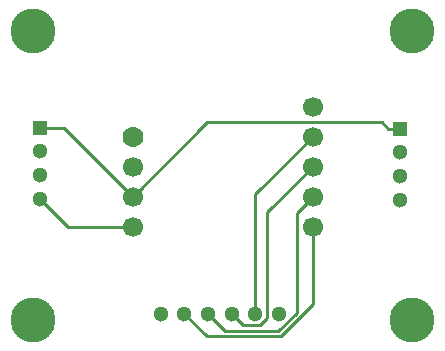
<source format=gtl>
G04 #@! TF.GenerationSoftware,KiCad,Pcbnew,(5.1.2)-1*
G04 #@! TF.CreationDate,2020-12-05T14:01:01+09:00*
G04 #@! TF.ProjectId,M5Atom_CAN,4d354174-6f6d-45f4-9341-4e2e6b696361,rev?*
G04 #@! TF.SameCoordinates,Original*
G04 #@! TF.FileFunction,Copper,L1,Top*
G04 #@! TF.FilePolarity,Positive*
%FSLAX46Y46*%
G04 Gerber Fmt 4.6, Leading zero omitted, Abs format (unit mm)*
G04 Created by KiCad (PCBNEW (5.1.2)-1) date 2020-12-05 14:01:01*
%MOMM*%
%LPD*%
G04 APERTURE LIST*
%ADD10C,1.300000*%
%ADD11R,1.300000X1.300000*%
%ADD12C,1.700000*%
%ADD13C,1.776200*%
%ADD14C,3.800000*%
%ADD15C,0.250000*%
G04 APERTURE END LIST*
D10*
X165100000Y-126492000D03*
X165100000Y-124492000D03*
X165100000Y-122492000D03*
D11*
X165100000Y-120492000D03*
D12*
X157740000Y-118610000D03*
X157740000Y-121150000D03*
X157740000Y-123690000D03*
X157740000Y-126230000D03*
X157740000Y-128770000D03*
X142500000Y-128770000D03*
X142500000Y-126230000D03*
X142500000Y-123690000D03*
D13*
X142500000Y-121150000D03*
D14*
X134064000Y-112220001D03*
X166164000Y-112220001D03*
X166164000Y-136699999D03*
X134064000Y-136699999D03*
D10*
X144876000Y-136144000D03*
X146876000Y-136144000D03*
X148876000Y-136144000D03*
X150876000Y-136144000D03*
X152876000Y-136144000D03*
X154876000Y-136144000D03*
X134620000Y-126396000D03*
X134620000Y-124396000D03*
X134620000Y-122396000D03*
D11*
X134620000Y-120396000D03*
D15*
X134620000Y-126396000D02*
X136994000Y-128770000D01*
X136994000Y-128770000D02*
X142500000Y-128770000D01*
X142500000Y-126230000D02*
X136666000Y-120396000D01*
X136666000Y-120396000D02*
X135595300Y-120396000D01*
X134620000Y-120396000D02*
X135595300Y-120396000D01*
X142500000Y-126230000D02*
X148773500Y-119956500D01*
X148773500Y-119956500D02*
X163589200Y-119956500D01*
X163589200Y-119956500D02*
X164124700Y-120492000D01*
X165100000Y-120492000D02*
X164124700Y-120492000D01*
X146876000Y-136144000D02*
X148789900Y-138057900D01*
X148789900Y-138057900D02*
X155044200Y-138057900D01*
X155044200Y-138057900D02*
X157740000Y-135362100D01*
X157740000Y-135362100D02*
X157740000Y-128770000D01*
X148876000Y-136144000D02*
X150338100Y-137606100D01*
X150338100Y-137606100D02*
X154827200Y-137606100D01*
X154827200Y-137606100D02*
X156375400Y-136057900D01*
X156375400Y-136057900D02*
X156375400Y-127594600D01*
X156375400Y-127594600D02*
X157740000Y-126230000D01*
X150876000Y-136144000D02*
X151870000Y-137138000D01*
X151870000Y-137138000D02*
X153274400Y-137138000D01*
X153274400Y-137138000D02*
X153876000Y-136536400D01*
X153876000Y-136536400D02*
X153876000Y-127554000D01*
X153876000Y-127554000D02*
X157740000Y-123690000D01*
X152876000Y-136144000D02*
X152876000Y-126014000D01*
X152876000Y-126014000D02*
X157740000Y-121150000D01*
M02*

</source>
